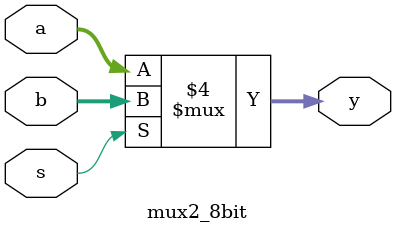
<source format=v>
module mux2_8bit(a, b, s, y);

	// input ports & output port
	input [7:0] a, b;
	input s;
	output reg [7:0] y;
	
	always @ (*) begin
		if(s == 1'b0) y <= a;
		else y <= b;
	end
	
endmodule

</source>
